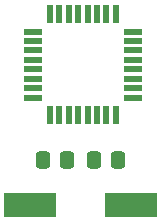
<source format=gbr>
%TF.GenerationSoftware,KiCad,Pcbnew,7.0.6*%
%TF.CreationDate,2023-07-25T17:39:36+01:00*%
%TF.ProjectId,Coursework,436f7572-7365-4776-9f72-6b2e6b696361,rev?*%
%TF.SameCoordinates,Original*%
%TF.FileFunction,Paste,Top*%
%TF.FilePolarity,Positive*%
%FSLAX46Y46*%
G04 Gerber Fmt 4.6, Leading zero omitted, Abs format (unit mm)*
G04 Created by KiCad (PCBNEW 7.0.6) date 2023-07-25 17:39:36*
%MOMM*%
%LPD*%
G01*
G04 APERTURE LIST*
G04 Aperture macros list*
%AMRoundRect*
0 Rectangle with rounded corners*
0 $1 Rounding radius*
0 $2 $3 $4 $5 $6 $7 $8 $9 X,Y pos of 4 corners*
0 Add a 4 corners polygon primitive as box body*
4,1,4,$2,$3,$4,$5,$6,$7,$8,$9,$2,$3,0*
0 Add four circle primitives for the rounded corners*
1,1,$1+$1,$2,$3*
1,1,$1+$1,$4,$5*
1,1,$1+$1,$6,$7*
1,1,$1+$1,$8,$9*
0 Add four rect primitives between the rounded corners*
20,1,$1+$1,$2,$3,$4,$5,0*
20,1,$1+$1,$4,$5,$6,$7,0*
20,1,$1+$1,$6,$7,$8,$9,0*
20,1,$1+$1,$8,$9,$2,$3,0*%
G04 Aperture macros list end*
%ADD10RoundRect,0.250000X-0.337500X-0.475000X0.337500X-0.475000X0.337500X0.475000X-0.337500X0.475000X0*%
%ADD11R,0.550000X1.600000*%
%ADD12R,1.600000X0.550000*%
%ADD13R,4.500000X2.000000*%
%ADD14RoundRect,0.250000X0.337500X0.475000X-0.337500X0.475000X-0.337500X-0.475000X0.337500X-0.475000X0*%
G04 APERTURE END LIST*
D10*
%TO.C,C3*%
X134262500Y-97300000D03*
X136337500Y-97300000D03*
%TD*%
D11*
%TO.C,U8*%
X130540000Y-93470000D03*
X131340000Y-93470000D03*
X132140000Y-93470000D03*
X132940000Y-93470000D03*
X133740000Y-93470000D03*
X134540000Y-93470000D03*
X135340000Y-93470000D03*
X136140000Y-93470000D03*
D12*
X137590000Y-92020000D03*
X137590000Y-91220000D03*
X137590000Y-90420000D03*
X137590000Y-89620000D03*
X137590000Y-88820000D03*
X137590000Y-88020000D03*
X137590000Y-87220000D03*
X137590000Y-86420000D03*
D11*
X136140000Y-84970000D03*
X135340000Y-84970000D03*
X134540000Y-84970000D03*
X133740000Y-84970000D03*
X132940000Y-84970000D03*
X132140000Y-84970000D03*
X131340000Y-84970000D03*
X130540000Y-84970000D03*
D12*
X129090000Y-86420000D03*
X129090000Y-87220000D03*
X129090000Y-88020000D03*
X129090000Y-88820000D03*
X129090000Y-89620000D03*
X129090000Y-90420000D03*
X129090000Y-91220000D03*
X129090000Y-92020000D03*
%TD*%
D13*
%TO.C,Y1*%
X128900000Y-101100000D03*
X137400000Y-101100000D03*
%TD*%
D14*
%TO.C,C2*%
X132037500Y-97300000D03*
X129962500Y-97300000D03*
%TD*%
M02*

</source>
